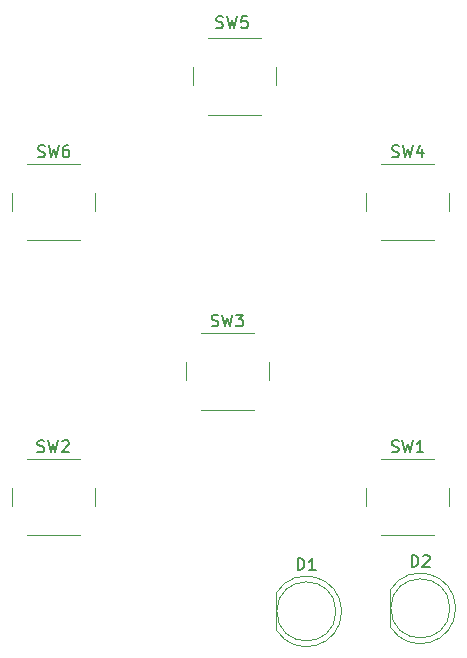
<source format=gbr>
G04 #@! TF.GenerationSoftware,KiCad,Pcbnew,5.0.2+dfsg1-1*
G04 #@! TF.CreationDate,2019-08-29T13:22:36-03:00*
G04 #@! TF.ProjectId,teclado_contador_geiger,7465636c-6164-46f5-9f63-6f6e7461646f,rev?*
G04 #@! TF.SameCoordinates,Original*
G04 #@! TF.FileFunction,Legend,Top*
G04 #@! TF.FilePolarity,Positive*
%FSLAX46Y46*%
G04 Gerber Fmt 4.6, Leading zero omitted, Abs format (unit mm)*
G04 Created by KiCad (PCBNEW 5.0.2+dfsg1-1) date jue 29 ago 2019 13:22:36 -03*
%MOMM*%
%LPD*%
G01*
G04 APERTURE LIST*
%ADD10C,0.120000*%
%ADD11C,0.150000*%
G04 APERTURE END LIST*
D10*
G04 #@! TO.C,SW3*
X135750000Y-78968000D02*
X135750000Y-77468000D01*
X134500000Y-74968000D02*
X130000000Y-74968000D01*
X128750000Y-77468000D02*
X128750000Y-78968000D01*
X130000000Y-81468000D02*
X134500000Y-81468000D01*
G04 #@! TO.C,SW1*
X151004000Y-89618000D02*
X151004000Y-88118000D01*
X149754000Y-85618000D02*
X145254000Y-85618000D01*
X144004000Y-88118000D02*
X144004000Y-89618000D01*
X145254000Y-92118000D02*
X149754000Y-92118000D01*
G04 #@! TO.C,D1*
X141928000Y-98552462D02*
G75*
G03X136378000Y-97007170I-2990000J462D01*
G01*
X141928000Y-98551538D02*
G75*
G02X136378000Y-100096830I-2990000J-462D01*
G01*
X141438000Y-98552000D02*
G75*
G03X141438000Y-98552000I-2500000J0D01*
G01*
X136378000Y-97007000D02*
X136378000Y-100097000D01*
G04 #@! TO.C,SW2*
X115254000Y-92114000D02*
X119754000Y-92114000D01*
X114004000Y-88114000D02*
X114004000Y-89614000D01*
X119754000Y-85614000D02*
X115254000Y-85614000D01*
X121004000Y-89614000D02*
X121004000Y-88114000D01*
G04 #@! TO.C,SW4*
X145270000Y-67142000D02*
X149770000Y-67142000D01*
X144020000Y-63142000D02*
X144020000Y-64642000D01*
X149770000Y-60642000D02*
X145270000Y-60642000D01*
X151020000Y-64642000D02*
X151020000Y-63142000D01*
G04 #@! TO.C,SW5*
X130600000Y-56500000D02*
X135100000Y-56500000D01*
X129350000Y-52500000D02*
X129350000Y-54000000D01*
X135100000Y-50000000D02*
X130600000Y-50000000D01*
X136350000Y-54000000D02*
X136350000Y-52500000D01*
G04 #@! TO.C,SW6*
X115300000Y-67142000D02*
X119800000Y-67142000D01*
X114050000Y-63142000D02*
X114050000Y-64642000D01*
X119800000Y-60642000D02*
X115300000Y-60642000D01*
X121050000Y-64642000D02*
X121050000Y-63142000D01*
G04 #@! TO.C,D2*
X151580000Y-98298462D02*
G75*
G03X146030000Y-96753170I-2990000J462D01*
G01*
X151580000Y-98297538D02*
G75*
G02X146030000Y-99842830I-2990000J-462D01*
G01*
X151090000Y-98298000D02*
G75*
G03X151090000Y-98298000I-2500000J0D01*
G01*
X146030000Y-96753000D02*
X146030000Y-99843000D01*
G04 #@! TO.C,SW3*
D11*
X130916666Y-74372761D02*
X131059523Y-74420380D01*
X131297619Y-74420380D01*
X131392857Y-74372761D01*
X131440476Y-74325142D01*
X131488095Y-74229904D01*
X131488095Y-74134666D01*
X131440476Y-74039428D01*
X131392857Y-73991809D01*
X131297619Y-73944190D01*
X131107142Y-73896571D01*
X131011904Y-73848952D01*
X130964285Y-73801333D01*
X130916666Y-73706095D01*
X130916666Y-73610857D01*
X130964285Y-73515619D01*
X131011904Y-73468000D01*
X131107142Y-73420380D01*
X131345238Y-73420380D01*
X131488095Y-73468000D01*
X131821428Y-73420380D02*
X132059523Y-74420380D01*
X132250000Y-73706095D01*
X132440476Y-74420380D01*
X132678571Y-73420380D01*
X132964285Y-73420380D02*
X133583333Y-73420380D01*
X133250000Y-73801333D01*
X133392857Y-73801333D01*
X133488095Y-73848952D01*
X133535714Y-73896571D01*
X133583333Y-73991809D01*
X133583333Y-74229904D01*
X133535714Y-74325142D01*
X133488095Y-74372761D01*
X133392857Y-74420380D01*
X133107142Y-74420380D01*
X133011904Y-74372761D01*
X132964285Y-74325142D01*
G04 #@! TO.C,SW1*
X146170666Y-85022761D02*
X146313523Y-85070380D01*
X146551619Y-85070380D01*
X146646857Y-85022761D01*
X146694476Y-84975142D01*
X146742095Y-84879904D01*
X146742095Y-84784666D01*
X146694476Y-84689428D01*
X146646857Y-84641809D01*
X146551619Y-84594190D01*
X146361142Y-84546571D01*
X146265904Y-84498952D01*
X146218285Y-84451333D01*
X146170666Y-84356095D01*
X146170666Y-84260857D01*
X146218285Y-84165619D01*
X146265904Y-84118000D01*
X146361142Y-84070380D01*
X146599238Y-84070380D01*
X146742095Y-84118000D01*
X147075428Y-84070380D02*
X147313523Y-85070380D01*
X147504000Y-84356095D01*
X147694476Y-85070380D01*
X147932571Y-84070380D01*
X148837333Y-85070380D02*
X148265904Y-85070380D01*
X148551619Y-85070380D02*
X148551619Y-84070380D01*
X148456380Y-84213238D01*
X148361142Y-84308476D01*
X148265904Y-84356095D01*
G04 #@! TO.C,D1*
X138199904Y-95044380D02*
X138199904Y-94044380D01*
X138438000Y-94044380D01*
X138580857Y-94092000D01*
X138676095Y-94187238D01*
X138723714Y-94282476D01*
X138771333Y-94472952D01*
X138771333Y-94615809D01*
X138723714Y-94806285D01*
X138676095Y-94901523D01*
X138580857Y-94996761D01*
X138438000Y-95044380D01*
X138199904Y-95044380D01*
X139723714Y-95044380D02*
X139152285Y-95044380D01*
X139438000Y-95044380D02*
X139438000Y-94044380D01*
X139342761Y-94187238D01*
X139247523Y-94282476D01*
X139152285Y-94330095D01*
G04 #@! TO.C,SW2*
X116170666Y-85018761D02*
X116313523Y-85066380D01*
X116551619Y-85066380D01*
X116646857Y-85018761D01*
X116694476Y-84971142D01*
X116742095Y-84875904D01*
X116742095Y-84780666D01*
X116694476Y-84685428D01*
X116646857Y-84637809D01*
X116551619Y-84590190D01*
X116361142Y-84542571D01*
X116265904Y-84494952D01*
X116218285Y-84447333D01*
X116170666Y-84352095D01*
X116170666Y-84256857D01*
X116218285Y-84161619D01*
X116265904Y-84114000D01*
X116361142Y-84066380D01*
X116599238Y-84066380D01*
X116742095Y-84114000D01*
X117075428Y-84066380D02*
X117313523Y-85066380D01*
X117504000Y-84352095D01*
X117694476Y-85066380D01*
X117932571Y-84066380D01*
X118265904Y-84161619D02*
X118313523Y-84114000D01*
X118408761Y-84066380D01*
X118646857Y-84066380D01*
X118742095Y-84114000D01*
X118789714Y-84161619D01*
X118837333Y-84256857D01*
X118837333Y-84352095D01*
X118789714Y-84494952D01*
X118218285Y-85066380D01*
X118837333Y-85066380D01*
G04 #@! TO.C,SW4*
X146186666Y-60046761D02*
X146329523Y-60094380D01*
X146567619Y-60094380D01*
X146662857Y-60046761D01*
X146710476Y-59999142D01*
X146758095Y-59903904D01*
X146758095Y-59808666D01*
X146710476Y-59713428D01*
X146662857Y-59665809D01*
X146567619Y-59618190D01*
X146377142Y-59570571D01*
X146281904Y-59522952D01*
X146234285Y-59475333D01*
X146186666Y-59380095D01*
X146186666Y-59284857D01*
X146234285Y-59189619D01*
X146281904Y-59142000D01*
X146377142Y-59094380D01*
X146615238Y-59094380D01*
X146758095Y-59142000D01*
X147091428Y-59094380D02*
X147329523Y-60094380D01*
X147520000Y-59380095D01*
X147710476Y-60094380D01*
X147948571Y-59094380D01*
X148758095Y-59427714D02*
X148758095Y-60094380D01*
X148520000Y-59046761D02*
X148281904Y-59761047D01*
X148900952Y-59761047D01*
G04 #@! TO.C,SW5*
X131314666Y-49118761D02*
X131457523Y-49166380D01*
X131695619Y-49166380D01*
X131790857Y-49118761D01*
X131838476Y-49071142D01*
X131886095Y-48975904D01*
X131886095Y-48880666D01*
X131838476Y-48785428D01*
X131790857Y-48737809D01*
X131695619Y-48690190D01*
X131505142Y-48642571D01*
X131409904Y-48594952D01*
X131362285Y-48547333D01*
X131314666Y-48452095D01*
X131314666Y-48356857D01*
X131362285Y-48261619D01*
X131409904Y-48214000D01*
X131505142Y-48166380D01*
X131743238Y-48166380D01*
X131886095Y-48214000D01*
X132219428Y-48166380D02*
X132457523Y-49166380D01*
X132648000Y-48452095D01*
X132838476Y-49166380D01*
X133076571Y-48166380D01*
X133933714Y-48166380D02*
X133457523Y-48166380D01*
X133409904Y-48642571D01*
X133457523Y-48594952D01*
X133552761Y-48547333D01*
X133790857Y-48547333D01*
X133886095Y-48594952D01*
X133933714Y-48642571D01*
X133981333Y-48737809D01*
X133981333Y-48975904D01*
X133933714Y-49071142D01*
X133886095Y-49118761D01*
X133790857Y-49166380D01*
X133552761Y-49166380D01*
X133457523Y-49118761D01*
X133409904Y-49071142D01*
G04 #@! TO.C,SW6*
X116216666Y-60046761D02*
X116359523Y-60094380D01*
X116597619Y-60094380D01*
X116692857Y-60046761D01*
X116740476Y-59999142D01*
X116788095Y-59903904D01*
X116788095Y-59808666D01*
X116740476Y-59713428D01*
X116692857Y-59665809D01*
X116597619Y-59618190D01*
X116407142Y-59570571D01*
X116311904Y-59522952D01*
X116264285Y-59475333D01*
X116216666Y-59380095D01*
X116216666Y-59284857D01*
X116264285Y-59189619D01*
X116311904Y-59142000D01*
X116407142Y-59094380D01*
X116645238Y-59094380D01*
X116788095Y-59142000D01*
X117121428Y-59094380D02*
X117359523Y-60094380D01*
X117550000Y-59380095D01*
X117740476Y-60094380D01*
X117978571Y-59094380D01*
X118788095Y-59094380D02*
X118597619Y-59094380D01*
X118502380Y-59142000D01*
X118454761Y-59189619D01*
X118359523Y-59332476D01*
X118311904Y-59522952D01*
X118311904Y-59903904D01*
X118359523Y-59999142D01*
X118407142Y-60046761D01*
X118502380Y-60094380D01*
X118692857Y-60094380D01*
X118788095Y-60046761D01*
X118835714Y-59999142D01*
X118883333Y-59903904D01*
X118883333Y-59665809D01*
X118835714Y-59570571D01*
X118788095Y-59522952D01*
X118692857Y-59475333D01*
X118502380Y-59475333D01*
X118407142Y-59522952D01*
X118359523Y-59570571D01*
X118311904Y-59665809D01*
G04 #@! TO.C,D2*
X147851904Y-94790380D02*
X147851904Y-93790380D01*
X148090000Y-93790380D01*
X148232857Y-93838000D01*
X148328095Y-93933238D01*
X148375714Y-94028476D01*
X148423333Y-94218952D01*
X148423333Y-94361809D01*
X148375714Y-94552285D01*
X148328095Y-94647523D01*
X148232857Y-94742761D01*
X148090000Y-94790380D01*
X147851904Y-94790380D01*
X148804285Y-93885619D02*
X148851904Y-93838000D01*
X148947142Y-93790380D01*
X149185238Y-93790380D01*
X149280476Y-93838000D01*
X149328095Y-93885619D01*
X149375714Y-93980857D01*
X149375714Y-94076095D01*
X149328095Y-94218952D01*
X148756666Y-94790380D01*
X149375714Y-94790380D01*
G04 #@! TD*
M02*

</source>
